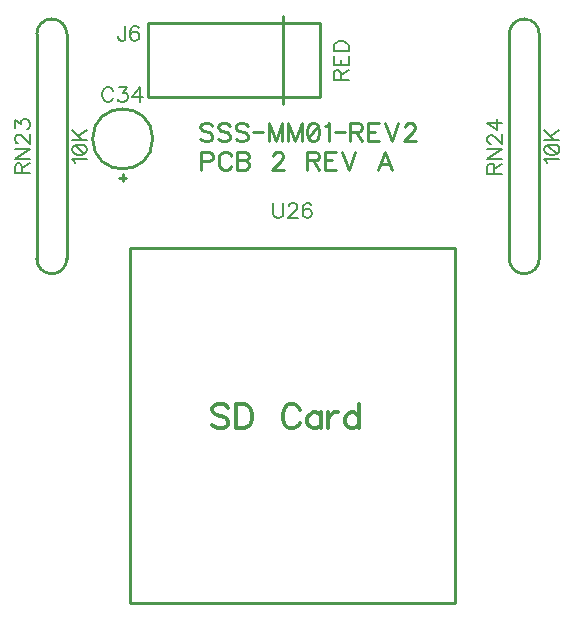
<source format=gbr>
G04 DipTrace 2.4.0.2*
%INTopSilk.gbr*%
%MOIN*%
%ADD10C,0.0098*%
%ADD18C,0.0094*%
%ADD20C,0.0106*%
%ADD62C,0.0077*%
%ADD63C,0.0093*%
%ADD65C,0.0124*%
%FSLAX44Y44*%
G04*
G70*
G90*
G75*
G01*
%LNTopSilk*%
%LPD*%
X7894Y18099D2*
D10*
X7657D1*
X7776Y17981D2*
Y18217D1*
X6776Y19398D2*
G02X6776Y19398I1000J0D01*
G01*
X4913Y15401D2*
Y22898D1*
X5913Y15401D2*
Y22898D1*
X4913Y15401D2*
G03X5913Y15401I500J-1D01*
G01*
Y22898D2*
G03X4913Y22898I-500J1D01*
G01*
X20661Y15401D2*
Y22898D1*
X21661Y15401D2*
Y22898D1*
X20661Y15401D2*
G03X21661Y15401I500J-1D01*
G01*
Y22898D2*
G03X20661Y22898I-500J1D01*
G01*
X8015Y15756D2*
X18857D1*
Y3936D1*
X8015D1*
Y15756D1*
X8618Y23276D2*
D18*
X14346D1*
Y20803D1*
X8618D1*
Y23276D1*
X13116Y23491D2*
D20*
Y20548D1*
X7454Y21010D2*
D62*
X7430Y21058D1*
X7382Y21106D1*
X7334Y21130D1*
X7239D1*
X7191Y21106D1*
X7143Y21058D1*
X7119Y21010D1*
X7095Y20939D1*
Y20819D1*
X7119Y20747D1*
X7143Y20699D1*
X7191Y20652D1*
X7239Y20627D1*
X7334D1*
X7382Y20652D1*
X7430Y20699D1*
X7454Y20747D1*
X7656Y21129D2*
X7919D1*
X7776Y20938D1*
X7847D1*
X7895Y20914D1*
X7919Y20890D1*
X7943Y20819D1*
Y20771D1*
X7919Y20699D1*
X7871Y20651D1*
X7799Y20627D1*
X7728D1*
X7656Y20651D1*
X7632Y20675D1*
X7608Y20723D1*
X8337Y20627D2*
Y21129D1*
X8097Y20795D1*
X8456D1*
X4420Y18248D2*
Y18463D1*
X4396Y18535D1*
X4372Y18559D1*
X4325Y18583D1*
X4277D1*
X4229Y18559D1*
X4205Y18535D1*
X4181Y18463D1*
Y18248D1*
X4684D1*
X4420Y18416D2*
X4684Y18583D1*
X4181Y19072D2*
X4684D1*
X4181Y18737D1*
X4684D1*
X4301Y19251D2*
X4277D1*
X4229Y19275D1*
X4205Y19299D1*
X4182Y19347D1*
Y19442D1*
X4205Y19490D1*
X4229Y19514D1*
X4277Y19538D1*
X4325D1*
X4373Y19514D1*
X4444Y19466D1*
X4684Y19227D1*
Y19562D1*
X4182Y19764D2*
Y20027D1*
X4373Y19884D1*
Y19955D1*
X4397Y20003D1*
X4420Y20027D1*
X4492Y20051D1*
X4540D1*
X4612Y20027D1*
X4660Y19979D1*
X4684Y19907D1*
Y19836D1*
X4660Y19764D1*
X4635Y19740D1*
X4588Y19716D1*
X6179Y18600D2*
X6155Y18648D1*
X6084Y18720D1*
X6585D1*
X6084Y19018D2*
X6107Y18946D1*
X6179Y18898D1*
X6299Y18875D1*
X6370D1*
X6490Y18898D1*
X6562Y18946D1*
X6585Y19018D1*
Y19066D1*
X6562Y19138D1*
X6490Y19185D1*
X6370Y19210D1*
X6299D1*
X6179Y19185D1*
X6107Y19138D1*
X6084Y19066D1*
Y19018D1*
X6179Y19185D2*
X6490Y18898D1*
X6083Y19364D2*
X6585D1*
X6083Y19699D2*
X6418Y19364D1*
X6298Y19483D2*
X6585Y19699D1*
X20169Y18236D2*
Y18451D1*
X20144Y18523D1*
X20120Y18547D1*
X20073Y18571D1*
X20025D1*
X19977Y18547D1*
X19953Y18523D1*
X19929Y18451D1*
Y18236D1*
X20432D1*
X20169Y18404D2*
X20432Y18571D1*
X19929Y19061D2*
X20432D1*
X19929Y18726D1*
X20432D1*
X20049Y19239D2*
X20025D1*
X19977Y19263D1*
X19954Y19287D1*
X19930Y19335D1*
Y19430D1*
X19954Y19478D1*
X19977Y19502D1*
X20025Y19526D1*
X20073D1*
X20121Y19502D1*
X20192Y19454D1*
X20432Y19215D1*
Y19550D1*
Y19944D2*
X19930D1*
X20264Y19704D1*
Y20063D1*
X21927Y18600D2*
X21903Y18648D1*
X21832Y18720D1*
X22333D1*
X21832Y19018D2*
X21855Y18946D1*
X21927Y18898D1*
X22047Y18875D1*
X22118D1*
X22238Y18898D1*
X22310Y18946D1*
X22333Y19018D1*
Y19066D1*
X22310Y19138D1*
X22238Y19185D1*
X22118Y19210D1*
X22047D1*
X21927Y19185D1*
X21855Y19138D1*
X21832Y19066D1*
Y19018D1*
X21927Y19185D2*
X22238Y18898D1*
X21831Y19364D2*
X22333D1*
X21831Y19699D2*
X22166Y19364D1*
X22046Y19483D2*
X22333Y19699D1*
X12797Y17268D2*
Y16909D1*
X12821Y16837D1*
X12869Y16790D1*
X12941Y16765D1*
X12988D1*
X13060Y16790D1*
X13108Y16837D1*
X13132Y16909D1*
Y17268D1*
X13311Y17148D2*
Y17171D1*
X13335Y17220D1*
X13358Y17243D1*
X13407Y17267D1*
X13502D1*
X13550Y17243D1*
X13573Y17220D1*
X13598Y17171D1*
Y17124D1*
X13573Y17076D1*
X13526Y17005D1*
X13287Y16765D1*
X13622D1*
X14063Y17196D2*
X14039Y17243D1*
X13967Y17267D1*
X13920D1*
X13848Y17243D1*
X13800Y17171D1*
X13776Y17052D1*
Y16933D1*
X13800Y16837D1*
X13848Y16789D1*
X13920Y16765D1*
X13943D1*
X14015Y16789D1*
X14063Y16837D1*
X14087Y16909D1*
Y16933D1*
X14063Y17005D1*
X14015Y17052D1*
X13943Y17076D1*
X13920D1*
X13848Y17052D1*
X13800Y17005D1*
X13776Y16933D1*
X10764Y19842D2*
D63*
X10707Y19899D1*
X10621Y19928D1*
X10506D1*
X10420Y19899D1*
X10362Y19842D1*
Y19785D1*
X10392Y19727D1*
X10420Y19698D1*
X10477Y19670D1*
X10650Y19612D1*
X10707Y19584D1*
X10736Y19554D1*
X10764Y19497D1*
Y19411D1*
X10707Y19354D1*
X10621Y19325D1*
X10506D1*
X10420Y19354D1*
X10362Y19411D1*
X11351Y19842D2*
X11294Y19899D1*
X11208Y19928D1*
X11093D1*
X11007Y19899D1*
X10950Y19842D1*
Y19785D1*
X10979Y19727D1*
X11007Y19698D1*
X11064Y19670D1*
X11237Y19612D1*
X11294Y19584D1*
X11323Y19554D1*
X11351Y19497D1*
Y19411D1*
X11294Y19354D1*
X11208Y19325D1*
X11093D1*
X11007Y19354D1*
X10950Y19411D1*
X11939Y19842D2*
X11882Y19899D1*
X11795Y19928D1*
X11681D1*
X11594Y19899D1*
X11537Y19842D1*
Y19785D1*
X11566Y19727D1*
X11594Y19698D1*
X11652Y19670D1*
X11824Y19612D1*
X11882Y19584D1*
X11910Y19554D1*
X11939Y19497D1*
Y19411D1*
X11882Y19354D1*
X11795Y19325D1*
X11681D1*
X11594Y19354D1*
X11537Y19411D1*
X12124Y19626D2*
X12456D1*
X13100Y19325D2*
Y19928D1*
X12870Y19325D1*
X12641Y19928D1*
Y19325D1*
X13744D2*
Y19928D1*
X13515Y19325D1*
X13285Y19928D1*
Y19325D1*
X14102Y19927D2*
X14016Y19899D1*
X13958Y19812D1*
X13929Y19669D1*
Y19583D1*
X13958Y19440D1*
X14016Y19353D1*
X14102Y19325D1*
X14159D1*
X14245Y19353D1*
X14302Y19440D1*
X14331Y19583D1*
Y19669D1*
X14302Y19812D1*
X14245Y19899D1*
X14159Y19927D1*
X14102D1*
X14302Y19812D2*
X13958Y19440D1*
X14516Y19812D2*
X14574Y19842D1*
X14660Y19927D1*
Y19325D1*
X14846Y19626D2*
X15177D1*
X15363Y19641D2*
X15621D1*
X15707Y19670D1*
X15736Y19698D1*
X15764Y19755D1*
Y19813D1*
X15736Y19870D1*
X15707Y19899D1*
X15621Y19928D1*
X15363D1*
Y19325D1*
X15564Y19641D2*
X15764Y19325D1*
X16323Y19928D2*
X15950D1*
Y19325D1*
X16323D1*
X15950Y19641D2*
X16179D1*
X16508Y19928D2*
X16737Y19325D1*
X16967Y19928D1*
X17181Y19784D2*
Y19812D1*
X17210Y19870D1*
X17238Y19899D1*
X17296Y19927D1*
X17411D1*
X17468Y19899D1*
X17496Y19870D1*
X17525Y19812D1*
Y19755D1*
X17496Y19698D1*
X17439Y19612D1*
X17152Y19325D1*
X17554D1*
X10385Y18652D2*
X10644D1*
X10730Y18680D1*
X10759Y18709D1*
X10787Y18766D1*
Y18853D1*
X10759Y18910D1*
X10730Y18939D1*
X10644Y18967D1*
X10385D1*
Y18364D1*
X11403Y18824D2*
X11374Y18881D1*
X11317Y18939D1*
X11260Y18967D1*
X11145D1*
X11087Y18939D1*
X11030Y18881D1*
X11001Y18824D1*
X10973Y18738D1*
Y18594D1*
X11001Y18508D1*
X11030Y18451D1*
X11087Y18394D1*
X11145Y18364D1*
X11260D1*
X11317Y18394D1*
X11374Y18451D1*
X11403Y18508D1*
X11588Y18967D2*
Y18364D1*
X11847D1*
X11933Y18394D1*
X11962Y18422D1*
X11990Y18479D1*
Y18565D1*
X11962Y18623D1*
X11933Y18652D1*
X11847Y18680D1*
X11933Y18709D1*
X11962Y18738D1*
X11990Y18795D1*
Y18853D1*
X11962Y18910D1*
X11933Y18939D1*
X11847Y18967D1*
X11588D1*
Y18680D2*
X11847D1*
X12788Y18823D2*
Y18852D1*
X12816Y18910D1*
X12845Y18938D1*
X12903Y18967D1*
X13017D1*
X13074Y18938D1*
X13103Y18910D1*
X13132Y18852D1*
Y18795D1*
X13103Y18737D1*
X13046Y18652D1*
X12759Y18364D1*
X13161D1*
X13929Y18680D2*
X14187D1*
X14273Y18709D1*
X14302Y18738D1*
X14331Y18795D1*
Y18853D1*
X14302Y18910D1*
X14273Y18939D1*
X14187Y18967D1*
X13929D1*
Y18364D1*
X14130Y18680D2*
X14331Y18364D1*
X14889Y18967D2*
X14516D1*
Y18364D1*
X14889D1*
X14516Y18680D2*
X14746D1*
X15074Y18967D2*
X15304Y18364D1*
X15533Y18967D1*
X16761Y18364D2*
X16531Y18967D1*
X16302Y18364D1*
X16388Y18565D2*
X16675D1*
X7866Y23161D2*
D62*
Y22779D1*
X7842Y22707D1*
X7818Y22683D1*
X7770Y22659D1*
X7722D1*
X7675Y22683D1*
X7651Y22707D1*
X7627Y22779D1*
Y22826D1*
X8307Y23089D2*
X8283Y23137D1*
X8212Y23161D1*
X8164D1*
X8092Y23137D1*
X8044Y23065D1*
X8020Y22946D1*
Y22826D1*
X8044Y22731D1*
X8092Y22682D1*
X8164Y22659D1*
X8188D1*
X8259Y22682D1*
X8307Y22731D1*
X8331Y22802D1*
Y22826D1*
X8307Y22898D1*
X8259Y22946D1*
X8188Y22969D1*
X8164D1*
X8092Y22946D1*
X8044Y22898D1*
X8020Y22826D1*
X15044Y21362D2*
Y21577D1*
X15020Y21649D1*
X14996Y21673D1*
X14949Y21697D1*
X14901D1*
X14853Y21673D1*
X14829Y21649D1*
X14805Y21577D1*
Y21362D1*
X15307D1*
X15044Y21529D2*
X15307Y21697D1*
X14805Y22162D2*
Y21851D1*
X15307D1*
Y22162D1*
X15044Y21851D2*
Y22042D1*
X14805Y22316D2*
X15307D1*
Y22484D1*
X15283Y22556D1*
X15236Y22604D1*
X15187Y22627D1*
X15116Y22651D1*
X14996D1*
X14924Y22627D1*
X14877Y22604D1*
X14829Y22556D1*
X14805Y22484D1*
Y22316D1*
X11297Y10435D2*
D65*
X11221Y10512D1*
X11106Y10550D1*
X10953D1*
X10838Y10512D1*
X10761Y10435D1*
Y10359D1*
X10800Y10282D1*
X10838Y10244D1*
X10914Y10206D1*
X11144Y10129D1*
X11221Y10091D1*
X11259Y10052D1*
X11297Y9976D1*
Y9861D1*
X11221Y9785D1*
X11106Y9747D1*
X10953D1*
X10838Y9785D1*
X10761Y9861D1*
X11544Y10550D2*
Y9747D1*
X11812D1*
X11927Y9785D1*
X12004Y9861D1*
X12042Y9938D1*
X12080Y10052D1*
Y10244D1*
X12042Y10359D1*
X12004Y10435D1*
X11927Y10512D1*
X11812Y10550D1*
X11544D1*
X13679Y10359D2*
X13641Y10435D1*
X13564Y10512D1*
X13488Y10550D1*
X13335D1*
X13258Y10512D1*
X13182Y10435D1*
X13143Y10359D1*
X13105Y10244D1*
Y10052D1*
X13143Y9938D1*
X13182Y9861D1*
X13258Y9785D1*
X13335Y9747D1*
X13488D1*
X13564Y9785D1*
X13641Y9861D1*
X13679Y9938D1*
X14385Y10282D2*
Y9747D1*
Y10167D2*
X14309Y10244D1*
X14232Y10282D1*
X14118D1*
X14041Y10244D1*
X13965Y10167D1*
X13926Y10052D1*
Y9976D1*
X13965Y9861D1*
X14041Y9785D1*
X14118Y9747D1*
X14232D1*
X14309Y9785D1*
X14385Y9861D1*
X14632Y10282D2*
Y9747D1*
Y10052D2*
X14671Y10167D1*
X14747Y10244D1*
X14824Y10282D1*
X14938D1*
X15644Y10550D2*
Y9747D1*
Y10167D2*
X15568Y10244D1*
X15491Y10282D1*
X15377D1*
X15300Y10244D1*
X15224Y10167D1*
X15186Y10052D1*
Y9976D1*
X15224Y9861D1*
X15300Y9785D1*
X15377Y9747D1*
X15491D1*
X15568Y9785D1*
X15644Y9861D1*
M02*

</source>
